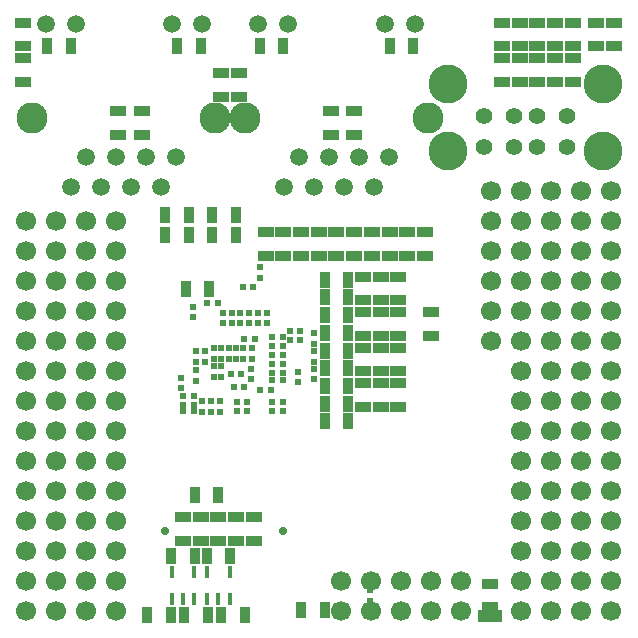
<source format=gbs>
G04*
G04 #@! TF.GenerationSoftware,Altium Limited,Altium Designer,24.5.2 (23)*
G04*
G04 Layer_Color=14277081*
%FSLAX25Y25*%
%MOIN*%
G70*
G04*
G04 #@! TF.SameCoordinates,883B40CB-B18D-427C-8B65-5A5AB1BE87B9*
G04*
G04*
G04 #@! TF.FilePolarity,Negative*
G04*
G01*
G75*
%ADD34R,0.05512X0.03543*%
%ADD36R,0.07874X0.03937*%
%ADD37R,0.01968X0.02362*%
%ADD40R,0.03543X0.05512*%
%ADD43R,0.02362X0.01968*%
%ADD54C,0.05906*%
%ADD55C,0.10354*%
%ADD56C,0.06693*%
%ADD57C,0.02756*%
%ADD58C,0.05512*%
%ADD59C,0.12992*%
%ADD82R,0.01803X0.03975*%
D34*
X-5906Y28543D02*
D03*
Y20669D02*
D03*
X37402Y-5906D02*
D03*
Y1969D02*
D03*
X57087Y-88583D02*
D03*
Y-96457D02*
D03*
X84646Y90551D02*
D03*
Y98425D02*
D03*
X78740Y90551D02*
D03*
Y98425D02*
D03*
X72835Y90551D02*
D03*
Y98425D02*
D03*
X66929Y90551D02*
D03*
Y98425D02*
D03*
X61024Y90551D02*
D03*
Y98425D02*
D03*
X84646Y86614D02*
D03*
Y78740D02*
D03*
X78740Y86614D02*
D03*
Y78740D02*
D03*
X72835Y86614D02*
D03*
Y78740D02*
D03*
X66929Y86614D02*
D03*
Y78740D02*
D03*
X61024Y86614D02*
D03*
Y78740D02*
D03*
X3937Y68898D02*
D03*
Y61024D02*
D03*
X11811Y68898D02*
D03*
Y61024D02*
D03*
X-66929Y68898D02*
D03*
Y61024D02*
D03*
X-59055Y68898D02*
D03*
Y61024D02*
D03*
X-26575Y73819D02*
D03*
Y81693D02*
D03*
X14764Y13780D02*
D03*
Y5906D02*
D03*
Y-21654D02*
D03*
Y-29528D02*
D03*
Y-9843D02*
D03*
Y-17717D02*
D03*
Y1969D02*
D03*
Y-5906D02*
D03*
X-33465Y-74311D02*
D03*
Y-66437D02*
D03*
X-45276Y-74311D02*
D03*
Y-66437D02*
D03*
X-21654Y-74311D02*
D03*
Y-66437D02*
D03*
X-27559Y-74311D02*
D03*
Y-66437D02*
D03*
X-32480Y73819D02*
D03*
Y81693D02*
D03*
X26575Y13780D02*
D03*
Y5906D02*
D03*
X20669Y13780D02*
D03*
Y5906D02*
D03*
X26575Y-21654D02*
D03*
Y-29528D02*
D03*
X20669Y-21654D02*
D03*
Y-29528D02*
D03*
X26575Y-9843D02*
D03*
Y-17717D02*
D03*
X20669Y-9843D02*
D03*
Y-17717D02*
D03*
X26575Y1969D02*
D03*
Y-5906D02*
D03*
X20669Y1969D02*
D03*
Y-5906D02*
D03*
X92520Y98425D02*
D03*
Y90551D02*
D03*
X-39370Y-74311D02*
D03*
Y-66437D02*
D03*
X-17717Y20669D02*
D03*
Y28543D02*
D03*
X-11811Y20669D02*
D03*
Y28543D02*
D03*
X0Y20669D02*
D03*
Y28543D02*
D03*
X11811D02*
D03*
Y20669D02*
D03*
X5906Y28543D02*
D03*
Y20669D02*
D03*
X23622Y28543D02*
D03*
Y20669D02*
D03*
X17717Y28543D02*
D03*
Y20669D02*
D03*
X35433Y28543D02*
D03*
Y20669D02*
D03*
X29528Y28543D02*
D03*
Y20669D02*
D03*
X-98425Y78740D02*
D03*
Y86614D02*
D03*
X98425Y90551D02*
D03*
Y98425D02*
D03*
X-98425Y90551D02*
D03*
Y98425D02*
D03*
D36*
X57087Y-99410D02*
D03*
D37*
X-23819Y-28051D02*
D03*
X-27362D02*
D03*
X-37205Y4921D02*
D03*
X-33661D02*
D03*
X-15551Y-6398D02*
D03*
X-12008D02*
D03*
X-41535Y-26083D02*
D03*
X-45079D02*
D03*
X-23819Y-31004D02*
D03*
X-27362D02*
D03*
X-28346Y-23130D02*
D03*
X-24803D02*
D03*
X-12008Y-31004D02*
D03*
X-15551D02*
D03*
X-12008Y-15256D02*
D03*
X-15551D02*
D03*
X-25787Y-18701D02*
D03*
X-29331D02*
D03*
X-12008Y-28051D02*
D03*
X-15551D02*
D03*
X-12008Y-18209D02*
D03*
X-15551D02*
D03*
X-12008Y-20669D02*
D03*
X-15551D02*
D03*
X-12008Y-12303D02*
D03*
X-15551D02*
D03*
X-9646Y-4429D02*
D03*
X-6102D02*
D03*
X-21358Y-6890D02*
D03*
X-24902D02*
D03*
X-45079Y-31004D02*
D03*
X-41535D02*
D03*
X-12008Y-9350D02*
D03*
X-15551D02*
D03*
X-15945Y-24114D02*
D03*
X-19488D02*
D03*
X-45079Y-29035D02*
D03*
X-41535D02*
D03*
X-25394Y10335D02*
D03*
X-21850D02*
D03*
X-9646Y-7382D02*
D03*
X-6102D02*
D03*
D40*
X1969Y-97441D02*
D03*
X-5906D02*
D03*
X1969Y-34449D02*
D03*
X9843D02*
D03*
X-49213Y-79232D02*
D03*
X-41339D02*
D03*
Y-59055D02*
D03*
X-33465D02*
D03*
X-35433Y27559D02*
D03*
X-27559D02*
D03*
X-43307D02*
D03*
X-51181D02*
D03*
X9843Y6890D02*
D03*
X1969D02*
D03*
X9843Y12795D02*
D03*
X1969D02*
D03*
X9843Y-28543D02*
D03*
X1969D02*
D03*
X9843Y-22638D02*
D03*
X1969D02*
D03*
X9843Y-16732D02*
D03*
X1969D02*
D03*
X9843Y-10827D02*
D03*
X1969D02*
D03*
X9843Y-4921D02*
D03*
X1969D02*
D03*
X9843Y984D02*
D03*
X1969D02*
D03*
X-36909Y-98819D02*
D03*
X-44783D02*
D03*
X-37402Y-79232D02*
D03*
X-29528D02*
D03*
X-19685Y90551D02*
D03*
X-11811D02*
D03*
X-90551Y90551D02*
D03*
X-82677D02*
D03*
X-35433Y34449D02*
D03*
X-27559D02*
D03*
X-51181D02*
D03*
X-43307D02*
D03*
X-32480Y-98819D02*
D03*
X-24606D02*
D03*
X-49213D02*
D03*
X-57087D02*
D03*
X-44291Y9843D02*
D03*
X-36417D02*
D03*
X23622Y90551D02*
D03*
X31496D02*
D03*
X-47244D02*
D03*
X-39370D02*
D03*
D43*
X-32972Y-27756D02*
D03*
Y-31299D02*
D03*
X-40846Y-20965D02*
D03*
Y-17421D02*
D03*
Y-14567D02*
D03*
Y-11024D02*
D03*
X-45768Y-23425D02*
D03*
Y-19882D02*
D03*
X-34941Y-10039D02*
D03*
Y-13583D02*
D03*
Y-15945D02*
D03*
Y-19488D02*
D03*
X-32480Y-15945D02*
D03*
Y-19488D02*
D03*
Y-10039D02*
D03*
Y-13583D02*
D03*
X-26083Y1772D02*
D03*
Y-1772D02*
D03*
X-30020Y-10039D02*
D03*
Y-13583D02*
D03*
X-27559Y-10039D02*
D03*
Y-13583D02*
D03*
X-25098Y-10039D02*
D03*
Y-13583D02*
D03*
X-17224Y1772D02*
D03*
Y-1772D02*
D03*
X-22146Y-13583D02*
D03*
Y-10039D02*
D03*
X-23130Y1772D02*
D03*
Y-1772D02*
D03*
X-22638Y-16929D02*
D03*
Y-20472D02*
D03*
X-1476Y-5118D02*
D03*
Y-8661D02*
D03*
Y-11024D02*
D03*
Y-14567D02*
D03*
Y-20472D02*
D03*
Y-16929D02*
D03*
X-20177Y1772D02*
D03*
Y-1772D02*
D03*
X-37894Y-11024D02*
D03*
Y-14567D02*
D03*
X-35925Y-31299D02*
D03*
Y-27756D02*
D03*
X-38878D02*
D03*
Y-31299D02*
D03*
X-41831Y3740D02*
D03*
Y197D02*
D03*
X-29035Y1772D02*
D03*
Y-1772D02*
D03*
X-31988Y1772D02*
D03*
Y-1772D02*
D03*
X-19685Y17028D02*
D03*
Y13484D02*
D03*
X-6890Y-17913D02*
D03*
Y-21457D02*
D03*
X17224Y-90748D02*
D03*
Y-94291D02*
D03*
D54*
X-11594Y43740D02*
D03*
X-6594Y53740D02*
D03*
X-1595Y43740D02*
D03*
X3405Y53740D02*
D03*
X8405Y43740D02*
D03*
X13406Y53740D02*
D03*
X23405D02*
D03*
X18406Y43740D02*
D03*
X31988Y98032D02*
D03*
X-10177D02*
D03*
X21988D02*
D03*
X-20177D02*
D03*
X-91043D02*
D03*
X-48878D02*
D03*
X-81043D02*
D03*
X-38878D02*
D03*
X-52461Y43740D02*
D03*
X-47461Y53740D02*
D03*
X-57461D02*
D03*
X-62461Y43740D02*
D03*
X-67461Y53740D02*
D03*
X-72461Y43740D02*
D03*
X-77461Y53740D02*
D03*
X-82461Y43740D02*
D03*
D55*
X-24587Y66732D02*
D03*
X36398D02*
D03*
X-34468D02*
D03*
X-95453D02*
D03*
D56*
X57500Y-7500D02*
D03*
X77500Y-67500D02*
D03*
X97500Y-97500D02*
D03*
Y-87500D02*
D03*
X87500Y-97500D02*
D03*
X67500D02*
D03*
X77500D02*
D03*
Y-87500D02*
D03*
X97500Y-77500D02*
D03*
Y-67500D02*
D03*
X87500Y-77500D02*
D03*
Y-67500D02*
D03*
X77500Y-77500D02*
D03*
X67500D02*
D03*
Y-67500D02*
D03*
X97500Y-27500D02*
D03*
Y-17500D02*
D03*
X87500D02*
D03*
X77500D02*
D03*
X57500Y22500D02*
D03*
X77500Y-27500D02*
D03*
X97500Y-37500D02*
D03*
X87500D02*
D03*
X97500Y-57500D02*
D03*
X77500D02*
D03*
X-77500Y-97500D02*
D03*
X-67500D02*
D03*
X-97500D02*
D03*
X-87500D02*
D03*
X17500Y-87500D02*
D03*
X27500Y-97500D02*
D03*
X47500D02*
D03*
X7500D02*
D03*
Y-87500D02*
D03*
X17500Y-97500D02*
D03*
X57500Y32500D02*
D03*
Y2500D02*
D03*
Y12500D02*
D03*
X97500Y-7500D02*
D03*
X87500D02*
D03*
X77500D02*
D03*
X67500D02*
D03*
X97500Y-47500D02*
D03*
X87500D02*
D03*
X77500D02*
D03*
X67500D02*
D03*
X97500Y12500D02*
D03*
X87500D02*
D03*
X77500D02*
D03*
X67500D02*
D03*
X97500Y2500D02*
D03*
X77500D02*
D03*
Y-37500D02*
D03*
X67500D02*
D03*
X57500Y42500D02*
D03*
X77500Y22500D02*
D03*
X67500D02*
D03*
X77500Y32500D02*
D03*
X87500Y22500D02*
D03*
X97500Y32500D02*
D03*
Y22500D02*
D03*
X-67500Y-47500D02*
D03*
Y12500D02*
D03*
Y32500D02*
D03*
X97500Y42500D02*
D03*
X-67500Y-27500D02*
D03*
Y-87500D02*
D03*
X87500Y42500D02*
D03*
X77500D02*
D03*
X67500D02*
D03*
X-97500Y-77500D02*
D03*
Y-67500D02*
D03*
Y-57500D02*
D03*
Y-47500D02*
D03*
Y-37500D02*
D03*
Y-27500D02*
D03*
X-87500Y-77500D02*
D03*
Y-57500D02*
D03*
Y-47500D02*
D03*
Y-27500D02*
D03*
X-77500Y-77500D02*
D03*
Y-67500D02*
D03*
Y-57500D02*
D03*
Y-47500D02*
D03*
Y-37500D02*
D03*
Y-27500D02*
D03*
X-67500Y-77500D02*
D03*
Y-57500D02*
D03*
X-97500Y-17500D02*
D03*
Y-7500D02*
D03*
Y2500D02*
D03*
Y12500D02*
D03*
Y22500D02*
D03*
Y32500D02*
D03*
X-87500Y-17500D02*
D03*
Y2500D02*
D03*
Y12500D02*
D03*
Y32500D02*
D03*
X-77500Y-17500D02*
D03*
Y2500D02*
D03*
Y12500D02*
D03*
Y22500D02*
D03*
Y32500D02*
D03*
X-67500Y-17500D02*
D03*
Y2500D02*
D03*
X-87500Y22500D02*
D03*
X-67500D02*
D03*
X-87500Y-7500D02*
D03*
X-67500D02*
D03*
X-87500Y-37500D02*
D03*
X-67500D02*
D03*
X-87500Y-67500D02*
D03*
X-67500D02*
D03*
X-77500Y-87500D02*
D03*
X87500D02*
D03*
X67500D02*
D03*
X87500Y-57500D02*
D03*
X67500D02*
D03*
X87500Y-27500D02*
D03*
X67500D02*
D03*
X87500Y2500D02*
D03*
X67500D02*
D03*
X87500Y32500D02*
D03*
X67500D02*
D03*
X-77500Y-7500D02*
D03*
X-97500Y-87500D02*
D03*
X67500Y-17500D02*
D03*
X47500Y-87500D02*
D03*
X37500Y-97500D02*
D03*
Y-87500D02*
D03*
X27500D02*
D03*
X-87500D02*
D03*
D57*
X-11811Y-70866D02*
D03*
X-51181D02*
D03*
D58*
X82677Y57087D02*
D03*
X72835D02*
D03*
X64961D02*
D03*
X55118D02*
D03*
X82677Y67402D02*
D03*
X72835D02*
D03*
X64961D02*
D03*
X55118D02*
D03*
D59*
X94764Y55709D02*
D03*
X43031D02*
D03*
Y78071D02*
D03*
X94764D02*
D03*
D82*
X-41535Y-84572D02*
D03*
X-49016D02*
D03*
Y-93578D02*
D03*
X-45276D02*
D03*
X-41535D02*
D03*
X-29724Y-84572D02*
D03*
X-37205D02*
D03*
Y-93578D02*
D03*
X-33465D02*
D03*
X-29724D02*
D03*
M02*

</source>
